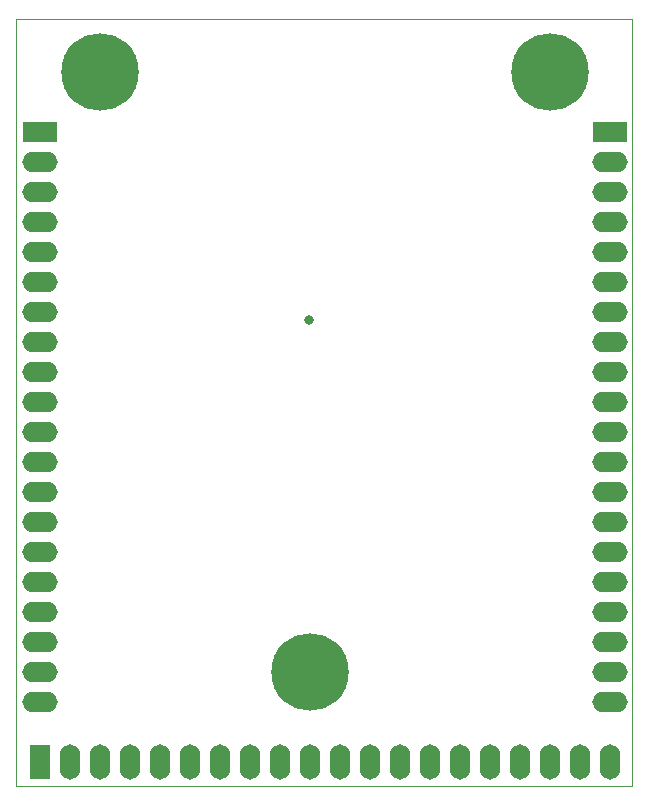
<source format=gbs>
G04*
G04 #@! TF.GenerationSoftware,Altium Limited,Altium Designer,22.1.2 (22)*
G04*
G04 Layer_Color=16711935*
%FSLAX25Y25*%
%MOIN*%
G70*
G04*
G04 #@! TF.SameCoordinates,E10519B3-167D-45EA-A28F-B3D4EE67A307*
G04*
G04*
G04 #@! TF.FilePolarity,Negative*
G04*
G01*
G75*
%ADD15C,0.00400*%
%ADD25C,0.25800*%
%ADD26O,0.11800X0.06800*%
%ADD27R,0.11800X0.06800*%
%ADD28O,0.06800X0.11800*%
%ADD29R,0.06800X0.11800*%
%ADD30C,0.03200*%
D15*
X100000Y100000D02*
Y355600D01*
X305300D01*
Y100000D02*
Y355600D01*
X100000Y100000D02*
X305300D01*
D25*
X278000Y338000D02*
D03*
X128000D02*
D03*
X198000Y138000D02*
D03*
D26*
X298000Y128000D02*
D03*
Y138000D02*
D03*
Y148000D02*
D03*
Y158000D02*
D03*
Y168000D02*
D03*
Y178000D02*
D03*
Y188000D02*
D03*
Y198000D02*
D03*
Y208000D02*
D03*
Y218000D02*
D03*
Y228000D02*
D03*
Y238000D02*
D03*
Y248000D02*
D03*
Y258000D02*
D03*
Y268000D02*
D03*
Y278000D02*
D03*
Y288000D02*
D03*
Y298000D02*
D03*
Y308000D02*
D03*
X108000Y128000D02*
D03*
Y138000D02*
D03*
Y148000D02*
D03*
Y158000D02*
D03*
Y168000D02*
D03*
Y178000D02*
D03*
Y188000D02*
D03*
Y198000D02*
D03*
Y208000D02*
D03*
Y218000D02*
D03*
Y228000D02*
D03*
Y238000D02*
D03*
Y248000D02*
D03*
Y258000D02*
D03*
Y268000D02*
D03*
Y278000D02*
D03*
Y288000D02*
D03*
Y298000D02*
D03*
Y308000D02*
D03*
D27*
X298000Y318000D02*
D03*
X108000D02*
D03*
D28*
X298000Y108000D02*
D03*
X288000D02*
D03*
X278000D02*
D03*
X268000D02*
D03*
X258000D02*
D03*
X248000D02*
D03*
X238000D02*
D03*
X228000D02*
D03*
X218000D02*
D03*
X208000D02*
D03*
X198000D02*
D03*
X188000D02*
D03*
X178000D02*
D03*
X168000D02*
D03*
X158000D02*
D03*
X148000D02*
D03*
X138000D02*
D03*
X128000D02*
D03*
X118000D02*
D03*
D29*
X108000D02*
D03*
D30*
X197537Y255300D02*
D03*
M02*

</source>
